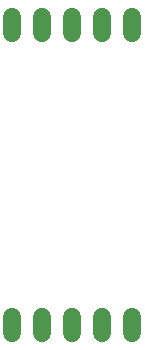
<source format=gbr>
G04 EAGLE Gerber RS-274X export*
G75*
%MOMM*%
%FSLAX34Y34*%
%LPD*%
%INSoldermask Bottom*%
%IPPOS*%
%AMOC8*
5,1,8,0,0,1.08239X$1,22.5*%
G01*
%ADD10C,1.524000*%


D10*
X584200Y32004D02*
X584200Y18796D01*
X558800Y18796D02*
X558800Y32004D01*
X533400Y32004D02*
X533400Y18796D01*
X508000Y18796D02*
X508000Y32004D01*
X482600Y32004D02*
X482600Y18796D01*
X584200Y272796D02*
X584200Y286004D01*
X558800Y286004D02*
X558800Y272796D01*
X533400Y272796D02*
X533400Y286004D01*
X508000Y286004D02*
X508000Y272796D01*
X482600Y272796D02*
X482600Y286004D01*
M02*

</source>
